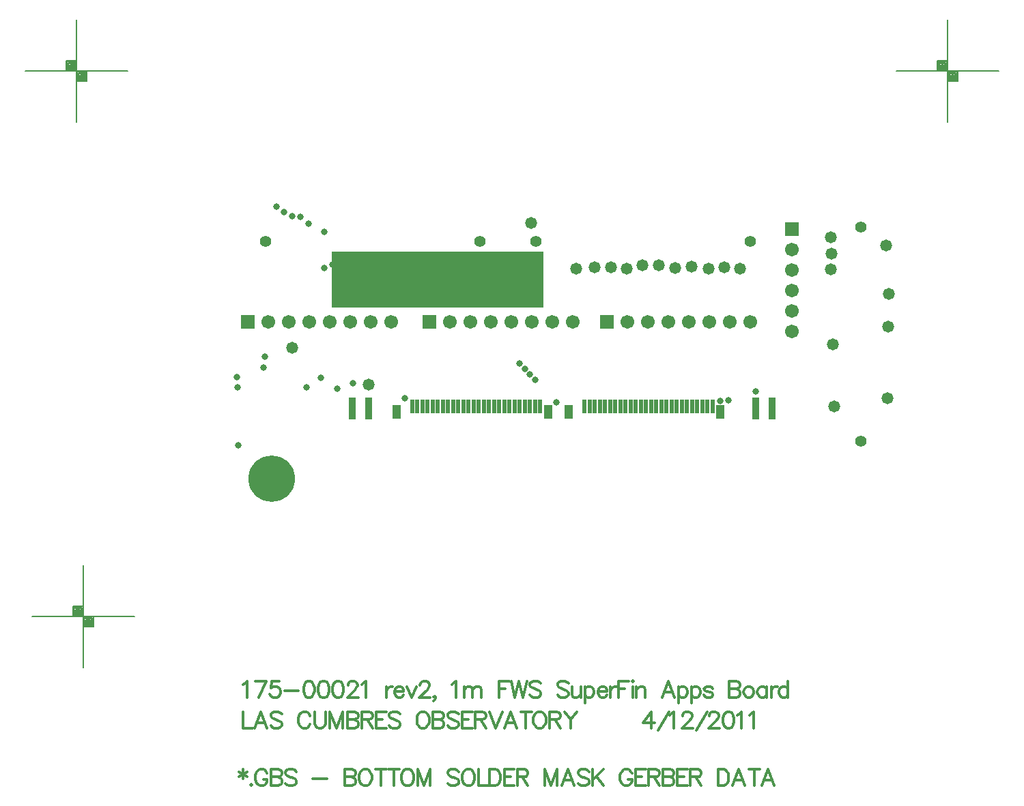
<source format=gbs>
%FSLAX23Y23*%
%MOIN*%
G70*
G01*
G75*
G04 Layer_Color=16711935*
%ADD10O,0.079X0.024*%
%ADD11R,0.017X0.045*%
%ADD12R,0.014X0.060*%
%ADD13R,0.030X0.100*%
%ADD14R,0.031X0.060*%
%ADD15R,0.022X0.085*%
%ADD16R,0.085X0.022*%
%ADD17R,0.039X0.059*%
%ADD18C,0.020*%
%ADD19C,0.050*%
%ADD20C,0.010*%
%ADD21C,0.025*%
%ADD22C,0.005*%
%ADD23C,0.006*%
%ADD24C,0.012*%
%ADD25C,0.008*%
%ADD26C,0.012*%
%ADD27C,0.012*%
%ADD28R,0.059X0.059*%
%ADD29C,0.059*%
%ADD30R,0.059X0.059*%
%ADD31C,0.047*%
%ADD32C,0.219*%
%ADD33C,0.050*%
%ADD34C,0.024*%
%ADD35C,0.010*%
%ADD36C,0.015*%
%ADD37C,0.008*%
%ADD38C,0.007*%
%ADD39C,0.007*%
%ADD40R,0.224X0.139*%
%ADD41O,0.087X0.032*%
%ADD42R,0.025X0.053*%
%ADD43R,0.022X0.068*%
%ADD44R,0.038X0.108*%
%ADD45R,0.039X0.068*%
%ADD46R,0.030X0.093*%
%ADD47R,0.093X0.030*%
%ADD48R,0.047X0.067*%
%ADD49R,0.067X0.067*%
%ADD50C,0.067*%
%ADD51R,0.067X0.067*%
%ADD52C,0.055*%
%ADD53C,0.227*%
%ADD54C,0.058*%
%ADD55C,0.032*%
%ADD56C,0.075*%
%ADD57C,0.087*%
%ADD58C,0.206*%
%ADD59R,1.037X0.274*%
D24*
X31156Y16829D02*
Y16783D01*
X31137Y16817D02*
X31175Y16794D01*
Y16817D02*
X31137Y16794D01*
X31196Y16756D02*
X31192Y16753D01*
X31196Y16749D01*
X31199Y16753D01*
X31196Y16756D01*
X31274Y16810D02*
X31270Y16817D01*
X31263Y16825D01*
X31255Y16829D01*
X31240D01*
X31232Y16825D01*
X31224Y16817D01*
X31221Y16810D01*
X31217Y16798D01*
Y16779D01*
X31221Y16768D01*
X31224Y16760D01*
X31232Y16753D01*
X31240Y16749D01*
X31255D01*
X31263Y16753D01*
X31270Y16760D01*
X31274Y16768D01*
Y16779D01*
X31255D02*
X31274D01*
X31292Y16829D02*
Y16749D01*
Y16829D02*
X31327D01*
X31338Y16825D01*
X31342Y16821D01*
X31346Y16814D01*
Y16806D01*
X31342Y16798D01*
X31338Y16794D01*
X31327Y16791D01*
X31292D02*
X31327D01*
X31338Y16787D01*
X31342Y16783D01*
X31346Y16775D01*
Y16764D01*
X31342Y16756D01*
X31338Y16753D01*
X31327Y16749D01*
X31292D01*
X31417Y16817D02*
X31409Y16825D01*
X31398Y16829D01*
X31383D01*
X31371Y16825D01*
X31363Y16817D01*
Y16810D01*
X31367Y16802D01*
X31371Y16798D01*
X31379Y16794D01*
X31402Y16787D01*
X31409Y16783D01*
X31413Y16779D01*
X31417Y16772D01*
Y16760D01*
X31409Y16753D01*
X31398Y16749D01*
X31383D01*
X31371Y16753D01*
X31363Y16760D01*
X31498Y16783D02*
X31566D01*
X31653Y16829D02*
Y16749D01*
Y16829D02*
X31687D01*
X31698Y16825D01*
X31702Y16821D01*
X31706Y16814D01*
Y16806D01*
X31702Y16798D01*
X31698Y16794D01*
X31687Y16791D01*
X31653D02*
X31687D01*
X31698Y16787D01*
X31702Y16783D01*
X31706Y16775D01*
Y16764D01*
X31702Y16756D01*
X31698Y16753D01*
X31687Y16749D01*
X31653D01*
X31747Y16829D02*
X31739Y16825D01*
X31731Y16817D01*
X31728Y16810D01*
X31724Y16798D01*
Y16779D01*
X31728Y16768D01*
X31731Y16760D01*
X31739Y16753D01*
X31747Y16749D01*
X31762D01*
X31770Y16753D01*
X31777Y16760D01*
X31781Y16768D01*
X31785Y16779D01*
Y16798D01*
X31781Y16810D01*
X31777Y16817D01*
X31770Y16825D01*
X31762Y16829D01*
X31747D01*
X31830D02*
Y16749D01*
X31803Y16829D02*
X31857D01*
X31893D02*
Y16749D01*
X31866Y16829D02*
X31920D01*
X31952D02*
X31944Y16825D01*
X31937Y16817D01*
X31933Y16810D01*
X31929Y16798D01*
Y16779D01*
X31933Y16768D01*
X31937Y16760D01*
X31944Y16753D01*
X31952Y16749D01*
X31967D01*
X31975Y16753D01*
X31982Y16760D01*
X31986Y16768D01*
X31990Y16779D01*
Y16798D01*
X31986Y16810D01*
X31982Y16817D01*
X31975Y16825D01*
X31967Y16829D01*
X31952D01*
X32009D02*
Y16749D01*
Y16829D02*
X32039Y16749D01*
X32070Y16829D02*
X32039Y16749D01*
X32070Y16829D02*
Y16749D01*
X32209Y16817D02*
X32201Y16825D01*
X32190Y16829D01*
X32174D01*
X32163Y16825D01*
X32155Y16817D01*
Y16810D01*
X32159Y16802D01*
X32163Y16798D01*
X32171Y16794D01*
X32193Y16787D01*
X32201Y16783D01*
X32205Y16779D01*
X32209Y16772D01*
Y16760D01*
X32201Y16753D01*
X32190Y16749D01*
X32174D01*
X32163Y16753D01*
X32155Y16760D01*
X32249Y16829D02*
X32242Y16825D01*
X32234Y16817D01*
X32230Y16810D01*
X32227Y16798D01*
Y16779D01*
X32230Y16768D01*
X32234Y16760D01*
X32242Y16753D01*
X32249Y16749D01*
X32265D01*
X32272Y16753D01*
X32280Y16760D01*
X32284Y16768D01*
X32287Y16779D01*
Y16798D01*
X32284Y16810D01*
X32280Y16817D01*
X32272Y16825D01*
X32265Y16829D01*
X32249D01*
X32306D02*
Y16749D01*
X32352D01*
X32361Y16829D02*
Y16749D01*
Y16829D02*
X32387D01*
X32399Y16825D01*
X32406Y16817D01*
X32410Y16810D01*
X32414Y16798D01*
Y16779D01*
X32410Y16768D01*
X32406Y16760D01*
X32399Y16753D01*
X32387Y16749D01*
X32361D01*
X32481Y16829D02*
X32432D01*
Y16749D01*
X32481D01*
X32432Y16791D02*
X32462D01*
X32495Y16829D02*
Y16749D01*
Y16829D02*
X32529D01*
X32540Y16825D01*
X32544Y16821D01*
X32548Y16814D01*
Y16806D01*
X32544Y16798D01*
X32540Y16794D01*
X32529Y16791D01*
X32495D01*
X32521D02*
X32548Y16749D01*
X32629Y16829D02*
Y16749D01*
Y16829D02*
X32659Y16749D01*
X32690Y16829D02*
X32659Y16749D01*
X32690Y16829D02*
Y16749D01*
X32773D02*
X32743Y16829D01*
X32713Y16749D01*
X32724Y16775D02*
X32762D01*
X32845Y16817D02*
X32838Y16825D01*
X32826Y16829D01*
X32811D01*
X32800Y16825D01*
X32792Y16817D01*
Y16810D01*
X32796Y16802D01*
X32800Y16798D01*
X32807Y16794D01*
X32830Y16787D01*
X32838Y16783D01*
X32842Y16779D01*
X32845Y16772D01*
Y16760D01*
X32838Y16753D01*
X32826Y16749D01*
X32811D01*
X32800Y16753D01*
X32792Y16760D01*
X32863Y16829D02*
Y16749D01*
X32917Y16829D02*
X32863Y16775D01*
X32882Y16794D02*
X32917Y16749D01*
X33055Y16810D02*
X33051Y16817D01*
X33043Y16825D01*
X33036Y16829D01*
X33020D01*
X33013Y16825D01*
X33005Y16817D01*
X33001Y16810D01*
X32997Y16798D01*
Y16779D01*
X33001Y16768D01*
X33005Y16760D01*
X33013Y16753D01*
X33020Y16749D01*
X33036D01*
X33043Y16753D01*
X33051Y16760D01*
X33055Y16768D01*
Y16779D01*
X33036D02*
X33055D01*
X33122Y16829D02*
X33073D01*
Y16749D01*
X33122D01*
X33073Y16791D02*
X33103D01*
X33136Y16829D02*
Y16749D01*
Y16829D02*
X33170D01*
X33181Y16825D01*
X33185Y16821D01*
X33189Y16814D01*
Y16806D01*
X33185Y16798D01*
X33181Y16794D01*
X33170Y16791D01*
X33136D01*
X33162D02*
X33189Y16749D01*
X33207Y16829D02*
Y16749D01*
Y16829D02*
X33241D01*
X33253Y16825D01*
X33256Y16821D01*
X33260Y16814D01*
Y16806D01*
X33256Y16798D01*
X33253Y16794D01*
X33241Y16791D01*
X33207D02*
X33241D01*
X33253Y16787D01*
X33256Y16783D01*
X33260Y16775D01*
Y16764D01*
X33256Y16756D01*
X33253Y16753D01*
X33241Y16749D01*
X33207D01*
X33328Y16829D02*
X33278D01*
Y16749D01*
X33328D01*
X33278Y16791D02*
X33309D01*
X33341Y16829D02*
Y16749D01*
Y16829D02*
X33375D01*
X33387Y16825D01*
X33390Y16821D01*
X33394Y16814D01*
Y16806D01*
X33390Y16798D01*
X33387Y16794D01*
X33375Y16791D01*
X33341D01*
X33368D02*
X33394Y16749D01*
X33475Y16829D02*
Y16749D01*
Y16829D02*
X33502D01*
X33513Y16825D01*
X33521Y16817D01*
X33525Y16810D01*
X33528Y16798D01*
Y16779D01*
X33525Y16768D01*
X33521Y16760D01*
X33513Y16753D01*
X33502Y16749D01*
X33475D01*
X33607D02*
X33577Y16829D01*
X33546Y16749D01*
X33558Y16775D02*
X33596D01*
X33653Y16829D02*
Y16749D01*
X33626Y16829D02*
X33679D01*
X33750Y16749D02*
X33719Y16829D01*
X33689Y16749D01*
X33700Y16775D02*
X33738D01*
D25*
X34567Y20268D02*
X34577D01*
X34567Y20263D02*
Y20273D01*
Y20263D02*
X34577D01*
Y20273D01*
X34567D02*
X34577D01*
X34562Y20258D02*
Y20273D01*
Y20258D02*
X34582D01*
Y20278D01*
X34562D02*
X34582D01*
X34557Y20253D02*
Y20278D01*
Y20253D02*
X34587D01*
Y20283D01*
X34557D02*
X34587D01*
X34552Y20248D02*
Y20288D01*
Y20248D02*
X34592D01*
Y20288D01*
X34552D02*
X34592D01*
X34617Y20218D02*
X34627D01*
X34617Y20213D02*
Y20223D01*
Y20213D02*
X34627D01*
Y20223D01*
X34617D02*
X34627D01*
X34612Y20208D02*
Y20223D01*
Y20208D02*
X34632D01*
Y20228D01*
X34612D02*
X34632D01*
X34607Y20203D02*
Y20228D01*
Y20203D02*
X34637D01*
Y20233D01*
X34607D02*
X34637D01*
X34602Y20198D02*
Y20238D01*
Y20198D02*
X34642D01*
Y20238D01*
X34602D02*
X34642D01*
X34597Y20193D02*
X34647D01*
Y20243D01*
X34547Y20293D02*
X34597D01*
X34547Y20243D02*
Y20293D01*
X34597Y19993D02*
Y20493D01*
X34347Y20243D02*
X34847D01*
X30346Y17600D02*
X30356D01*
X30346Y17595D02*
Y17605D01*
Y17595D02*
X30356D01*
Y17605D01*
X30346D02*
X30356D01*
X30341Y17590D02*
Y17605D01*
Y17590D02*
X30361D01*
Y17610D01*
X30341D02*
X30361D01*
X30336Y17585D02*
Y17610D01*
Y17585D02*
X30366D01*
Y17615D01*
X30336D02*
X30366D01*
X30331Y17580D02*
Y17620D01*
Y17580D02*
X30371D01*
Y17620D01*
X30331D02*
X30371D01*
X30396Y17550D02*
X30406D01*
X30396Y17545D02*
Y17555D01*
Y17545D02*
X30406D01*
Y17555D01*
X30396D02*
X30406D01*
X30391Y17540D02*
Y17555D01*
Y17540D02*
X30411D01*
Y17560D01*
X30391D02*
X30411D01*
X30386Y17535D02*
Y17560D01*
Y17535D02*
X30416D01*
Y17565D01*
X30386D02*
X30416D01*
X30381Y17530D02*
Y17570D01*
Y17530D02*
X30421D01*
Y17570D01*
X30381D02*
X30421D01*
X30376Y17525D02*
X30426D01*
Y17575D01*
X30326Y17625D02*
X30376D01*
X30326Y17575D02*
Y17625D01*
X30376Y17325D02*
Y17825D01*
X30126Y17575D02*
X30626D01*
X30313Y20268D02*
X30323D01*
X30313Y20263D02*
Y20273D01*
Y20263D02*
X30323D01*
Y20273D01*
X30313D02*
X30323D01*
X30308Y20258D02*
Y20273D01*
Y20258D02*
X30328D01*
Y20278D01*
X30308D02*
X30328D01*
X30303Y20253D02*
Y20278D01*
Y20253D02*
X30333D01*
Y20283D01*
X30303D02*
X30333D01*
X30298Y20248D02*
Y20288D01*
Y20248D02*
X30338D01*
Y20288D01*
X30298D02*
X30338D01*
X30363Y20218D02*
X30373D01*
X30363Y20213D02*
Y20223D01*
Y20213D02*
X30373D01*
Y20223D01*
X30363D02*
X30373D01*
X30358Y20208D02*
Y20223D01*
Y20208D02*
X30378D01*
Y20228D01*
X30358D02*
X30378D01*
X30353Y20203D02*
Y20228D01*
Y20203D02*
X30383D01*
Y20233D01*
X30353D02*
X30383D01*
X30348Y20198D02*
Y20238D01*
Y20198D02*
X30388D01*
Y20238D01*
X30348D02*
X30388D01*
X30343Y20193D02*
X30393D01*
Y20243D01*
X30293Y20293D02*
X30343D01*
X30293Y20243D02*
Y20293D01*
X30343Y19993D02*
Y20493D01*
X30093Y20243D02*
X30593D01*
D26*
X31158Y17109D02*
Y17029D01*
X31204D01*
X31274D02*
X31243Y17109D01*
X31213Y17029D01*
X31224Y17056D02*
X31262D01*
X31346Y17098D02*
X31338Y17106D01*
X31327Y17109D01*
X31311D01*
X31300Y17106D01*
X31292Y17098D01*
Y17090D01*
X31296Y17083D01*
X31300Y17079D01*
X31308Y17075D01*
X31330Y17067D01*
X31338Y17064D01*
X31342Y17060D01*
X31346Y17052D01*
Y17041D01*
X31338Y17033D01*
X31327Y17029D01*
X31311D01*
X31300Y17033D01*
X31292Y17041D01*
X31484Y17090D02*
X31480Y17098D01*
X31472Y17106D01*
X31465Y17109D01*
X31449D01*
X31442Y17106D01*
X31434Y17098D01*
X31430Y17090D01*
X31426Y17079D01*
Y17060D01*
X31430Y17048D01*
X31434Y17041D01*
X31442Y17033D01*
X31449Y17029D01*
X31465D01*
X31472Y17033D01*
X31480Y17041D01*
X31484Y17048D01*
X31506Y17109D02*
Y17052D01*
X31510Y17041D01*
X31517Y17033D01*
X31529Y17029D01*
X31536D01*
X31548Y17033D01*
X31556Y17041D01*
X31559Y17052D01*
Y17109D01*
X31581D02*
Y17029D01*
Y17109D02*
X31612Y17029D01*
X31642Y17109D02*
X31612Y17029D01*
X31642Y17109D02*
Y17029D01*
X31665Y17109D02*
Y17029D01*
Y17109D02*
X31700D01*
X31711Y17106D01*
X31715Y17102D01*
X31719Y17094D01*
Y17086D01*
X31715Y17079D01*
X31711Y17075D01*
X31700Y17071D01*
X31665D02*
X31700D01*
X31711Y17067D01*
X31715Y17064D01*
X31719Y17056D01*
Y17045D01*
X31715Y17037D01*
X31711Y17033D01*
X31700Y17029D01*
X31665D01*
X31736Y17109D02*
Y17029D01*
Y17109D02*
X31771D01*
X31782Y17106D01*
X31786Y17102D01*
X31790Y17094D01*
Y17086D01*
X31786Y17079D01*
X31782Y17075D01*
X31771Y17071D01*
X31736D01*
X31763D02*
X31790Y17029D01*
X31857Y17109D02*
X31808D01*
Y17029D01*
X31857D01*
X31808Y17071D02*
X31838D01*
X31924Y17098D02*
X31916Y17106D01*
X31905Y17109D01*
X31890D01*
X31878Y17106D01*
X31871Y17098D01*
Y17090D01*
X31874Y17083D01*
X31878Y17079D01*
X31886Y17075D01*
X31909Y17067D01*
X31916Y17064D01*
X31920Y17060D01*
X31924Y17052D01*
Y17041D01*
X31916Y17033D01*
X31905Y17029D01*
X31890D01*
X31878Y17033D01*
X31871Y17041D01*
X32027Y17109D02*
X32020Y17106D01*
X32012Y17098D01*
X32008Y17090D01*
X32005Y17079D01*
Y17060D01*
X32008Y17048D01*
X32012Y17041D01*
X32020Y17033D01*
X32027Y17029D01*
X32043D01*
X32050Y17033D01*
X32058Y17041D01*
X32062Y17048D01*
X32066Y17060D01*
Y17079D01*
X32062Y17090D01*
X32058Y17098D01*
X32050Y17106D01*
X32043Y17109D01*
X32027D01*
X32084D02*
Y17029D01*
Y17109D02*
X32118D01*
X32130Y17106D01*
X32134Y17102D01*
X32138Y17094D01*
Y17086D01*
X32134Y17079D01*
X32130Y17075D01*
X32118Y17071D01*
X32084D02*
X32118D01*
X32130Y17067D01*
X32134Y17064D01*
X32138Y17056D01*
Y17045D01*
X32134Y17037D01*
X32130Y17033D01*
X32118Y17029D01*
X32084D01*
X32209Y17098D02*
X32201Y17106D01*
X32190Y17109D01*
X32174D01*
X32163Y17106D01*
X32155Y17098D01*
Y17090D01*
X32159Y17083D01*
X32163Y17079D01*
X32171Y17075D01*
X32193Y17067D01*
X32201Y17064D01*
X32205Y17060D01*
X32209Y17052D01*
Y17041D01*
X32201Y17033D01*
X32190Y17029D01*
X32174D01*
X32163Y17033D01*
X32155Y17041D01*
X32276Y17109D02*
X32227D01*
Y17029D01*
X32276D01*
X32227Y17071D02*
X32257D01*
X32289Y17109D02*
Y17029D01*
Y17109D02*
X32324D01*
X32335Y17106D01*
X32339Y17102D01*
X32343Y17094D01*
Y17086D01*
X32339Y17079D01*
X32335Y17075D01*
X32324Y17071D01*
X32289D01*
X32316D02*
X32343Y17029D01*
X32361Y17109D02*
X32391Y17029D01*
X32422Y17109D02*
X32391Y17029D01*
X32493D02*
X32462Y17109D01*
X32432Y17029D01*
X32443Y17056D02*
X32481D01*
X32538Y17109D02*
Y17029D01*
X32512Y17109D02*
X32565D01*
X32597D02*
X32590Y17106D01*
X32582Y17098D01*
X32578Y17090D01*
X32574Y17079D01*
Y17060D01*
X32578Y17048D01*
X32582Y17041D01*
X32590Y17033D01*
X32597Y17029D01*
X32612D01*
X32620Y17033D01*
X32628Y17041D01*
X32632Y17048D01*
X32635Y17060D01*
Y17079D01*
X32632Y17090D01*
X32628Y17098D01*
X32620Y17106D01*
X32612Y17109D01*
X32597D01*
X32654D02*
Y17029D01*
Y17109D02*
X32688D01*
X32700Y17106D01*
X32703Y17102D01*
X32707Y17094D01*
Y17086D01*
X32703Y17079D01*
X32700Y17075D01*
X32688Y17071D01*
X32654D01*
X32681D02*
X32707Y17029D01*
X32725Y17109D02*
X32756Y17071D01*
Y17029D01*
X32786Y17109D02*
X32756Y17071D01*
X33149Y17109D02*
X33111Y17056D01*
X33168D01*
X33149Y17109D02*
Y17029D01*
X33182Y17018D02*
X33235Y17109D01*
X33241Y17094D02*
X33248Y17098D01*
X33260Y17109D01*
Y17029D01*
X33303Y17090D02*
Y17094D01*
X33307Y17102D01*
X33311Y17106D01*
X33318Y17109D01*
X33333D01*
X33341Y17106D01*
X33345Y17102D01*
X33349Y17094D01*
Y17086D01*
X33345Y17079D01*
X33337Y17067D01*
X33299Y17029D01*
X33352D01*
X33370Y17018D02*
X33424Y17109D01*
X33433Y17090D02*
Y17094D01*
X33437Y17102D01*
X33440Y17106D01*
X33448Y17109D01*
X33463D01*
X33471Y17106D01*
X33475Y17102D01*
X33479Y17094D01*
Y17086D01*
X33475Y17079D01*
X33467Y17067D01*
X33429Y17029D01*
X33482D01*
X33523Y17109D02*
X33512Y17106D01*
X33504Y17094D01*
X33500Y17075D01*
Y17064D01*
X33504Y17045D01*
X33512Y17033D01*
X33523Y17029D01*
X33531D01*
X33542Y17033D01*
X33550Y17045D01*
X33554Y17064D01*
Y17075D01*
X33550Y17094D01*
X33542Y17106D01*
X33531Y17109D01*
X33523D01*
X33571Y17094D02*
X33579Y17098D01*
X33591Y17109D01*
Y17029D01*
X33630Y17094D02*
X33638Y17098D01*
X33649Y17109D01*
Y17029D01*
D27*
X31158Y17244D02*
X31166Y17248D01*
X31177Y17259D01*
Y17179D01*
X31270Y17259D02*
X31232Y17179D01*
X31217Y17259D02*
X31270D01*
X31334D02*
X31296D01*
X31292Y17225D01*
X31296Y17229D01*
X31307Y17233D01*
X31319D01*
X31330Y17229D01*
X31338Y17221D01*
X31341Y17210D01*
Y17202D01*
X31338Y17191D01*
X31330Y17183D01*
X31319Y17179D01*
X31307D01*
X31296Y17183D01*
X31292Y17187D01*
X31288Y17195D01*
X31359Y17214D02*
X31428D01*
X31474Y17259D02*
X31463Y17256D01*
X31455Y17244D01*
X31452Y17225D01*
Y17214D01*
X31455Y17195D01*
X31463Y17183D01*
X31474Y17179D01*
X31482D01*
X31493Y17183D01*
X31501Y17195D01*
X31505Y17214D01*
Y17225D01*
X31501Y17244D01*
X31493Y17256D01*
X31482Y17259D01*
X31474D01*
X31546D02*
X31534Y17256D01*
X31527Y17244D01*
X31523Y17225D01*
Y17214D01*
X31527Y17195D01*
X31534Y17183D01*
X31546Y17179D01*
X31553D01*
X31565Y17183D01*
X31572Y17195D01*
X31576Y17214D01*
Y17225D01*
X31572Y17244D01*
X31565Y17256D01*
X31553Y17259D01*
X31546D01*
X31617D02*
X31605Y17256D01*
X31598Y17244D01*
X31594Y17225D01*
Y17214D01*
X31598Y17195D01*
X31605Y17183D01*
X31617Y17179D01*
X31624D01*
X31636Y17183D01*
X31644Y17195D01*
X31647Y17214D01*
Y17225D01*
X31644Y17244D01*
X31636Y17256D01*
X31624Y17259D01*
X31617D01*
X31669Y17240D02*
Y17244D01*
X31673Y17252D01*
X31677Y17256D01*
X31684Y17259D01*
X31700D01*
X31707Y17256D01*
X31711Y17252D01*
X31715Y17244D01*
Y17237D01*
X31711Y17229D01*
X31703Y17217D01*
X31665Y17179D01*
X31719D01*
X31736Y17244D02*
X31744Y17248D01*
X31755Y17259D01*
Y17179D01*
X31858Y17233D02*
Y17179D01*
Y17210D02*
X31862Y17221D01*
X31869Y17229D01*
X31877Y17233D01*
X31888D01*
X31896Y17210D02*
X31941D01*
Y17217D01*
X31938Y17225D01*
X31934Y17229D01*
X31926Y17233D01*
X31915D01*
X31907Y17229D01*
X31899Y17221D01*
X31896Y17210D01*
Y17202D01*
X31899Y17191D01*
X31907Y17183D01*
X31915Y17179D01*
X31926D01*
X31934Y17183D01*
X31941Y17191D01*
X31958Y17233D02*
X31981Y17179D01*
X32004Y17233D02*
X31981Y17179D01*
X32021Y17240D02*
Y17244D01*
X32025Y17252D01*
X32029Y17256D01*
X32036Y17259D01*
X32051D01*
X32059Y17256D01*
X32063Y17252D01*
X32067Y17244D01*
Y17237D01*
X32063Y17229D01*
X32055Y17217D01*
X32017Y17179D01*
X32070D01*
X32096Y17183D02*
X32092Y17179D01*
X32088Y17183D01*
X32092Y17187D01*
X32096Y17183D01*
Y17176D01*
X32092Y17168D01*
X32088Y17164D01*
X32176Y17244D02*
X32184Y17248D01*
X32195Y17259D01*
Y17179D01*
X32235Y17233D02*
Y17179D01*
Y17217D02*
X32246Y17229D01*
X32254Y17233D01*
X32265D01*
X32273Y17229D01*
X32277Y17217D01*
Y17179D01*
Y17217D02*
X32288Y17229D01*
X32296Y17233D01*
X32307D01*
X32315Y17229D01*
X32319Y17217D01*
Y17179D01*
X32407Y17259D02*
Y17179D01*
Y17259D02*
X32456D01*
X32407Y17221D02*
X32437D01*
X32465Y17259D02*
X32484Y17179D01*
X32504Y17259D02*
X32484Y17179D01*
X32504Y17259D02*
X32523Y17179D01*
X32542Y17259D02*
X32523Y17179D01*
X32611Y17248D02*
X32603Y17256D01*
X32592Y17259D01*
X32577D01*
X32565Y17256D01*
X32558Y17248D01*
Y17240D01*
X32561Y17233D01*
X32565Y17229D01*
X32573Y17225D01*
X32596Y17217D01*
X32603Y17214D01*
X32607Y17210D01*
X32611Y17202D01*
Y17191D01*
X32603Y17183D01*
X32592Y17179D01*
X32577D01*
X32565Y17183D01*
X32558Y17191D01*
X32745Y17248D02*
X32737Y17256D01*
X32726Y17259D01*
X32711D01*
X32699Y17256D01*
X32692Y17248D01*
Y17240D01*
X32695Y17233D01*
X32699Y17229D01*
X32707Y17225D01*
X32730Y17217D01*
X32737Y17214D01*
X32741Y17210D01*
X32745Y17202D01*
Y17191D01*
X32737Y17183D01*
X32726Y17179D01*
X32711D01*
X32699Y17183D01*
X32692Y17191D01*
X32763Y17233D02*
Y17195D01*
X32767Y17183D01*
X32774Y17179D01*
X32786D01*
X32793Y17183D01*
X32805Y17195D01*
Y17233D02*
Y17179D01*
X32826Y17233D02*
Y17153D01*
Y17221D02*
X32833Y17229D01*
X32841Y17233D01*
X32852D01*
X32860Y17229D01*
X32868Y17221D01*
X32871Y17210D01*
Y17202D01*
X32868Y17191D01*
X32860Y17183D01*
X32852Y17179D01*
X32841D01*
X32833Y17183D01*
X32826Y17191D01*
X32889Y17210D02*
X32934D01*
Y17217D01*
X32930Y17225D01*
X32927Y17229D01*
X32919Y17233D01*
X32908D01*
X32900Y17229D01*
X32892Y17221D01*
X32889Y17210D01*
Y17202D01*
X32892Y17191D01*
X32900Y17183D01*
X32908Y17179D01*
X32919D01*
X32927Y17183D01*
X32934Y17191D01*
X32951Y17233D02*
Y17179D01*
Y17210D02*
X32955Y17221D01*
X32963Y17229D01*
X32970Y17233D01*
X32982D01*
X32989Y17259D02*
Y17179D01*
Y17259D02*
X33039D01*
X32989Y17221D02*
X33020D01*
X33055Y17259D02*
X33059Y17256D01*
X33063Y17259D01*
X33059Y17263D01*
X33055Y17259D01*
X33059Y17233D02*
Y17179D01*
X33077Y17233D02*
Y17179D01*
Y17217D02*
X33089Y17229D01*
X33096Y17233D01*
X33108D01*
X33115Y17229D01*
X33119Y17217D01*
Y17179D01*
X33264D02*
X33233Y17259D01*
X33203Y17179D01*
X33214Y17206D02*
X33252D01*
X33282Y17233D02*
Y17153D01*
Y17221D02*
X33290Y17229D01*
X33298Y17233D01*
X33309D01*
X33317Y17229D01*
X33324Y17221D01*
X33328Y17210D01*
Y17202D01*
X33324Y17191D01*
X33317Y17183D01*
X33309Y17179D01*
X33298D01*
X33290Y17183D01*
X33282Y17191D01*
X33345Y17233D02*
Y17153D01*
Y17221D02*
X33353Y17229D01*
X33360Y17233D01*
X33372D01*
X33380Y17229D01*
X33387Y17221D01*
X33391Y17210D01*
Y17202D01*
X33387Y17191D01*
X33380Y17183D01*
X33372Y17179D01*
X33360D01*
X33353Y17183D01*
X33345Y17191D01*
X33450Y17221D02*
X33446Y17229D01*
X33435Y17233D01*
X33423D01*
X33412Y17229D01*
X33408Y17221D01*
X33412Y17214D01*
X33420Y17210D01*
X33439Y17206D01*
X33446Y17202D01*
X33450Y17195D01*
Y17191D01*
X33446Y17183D01*
X33435Y17179D01*
X33423D01*
X33412Y17183D01*
X33408Y17191D01*
X33530Y17259D02*
Y17179D01*
Y17259D02*
X33564D01*
X33575Y17256D01*
X33579Y17252D01*
X33583Y17244D01*
Y17237D01*
X33579Y17229D01*
X33575Y17225D01*
X33564Y17221D01*
X33530D02*
X33564D01*
X33575Y17217D01*
X33579Y17214D01*
X33583Y17206D01*
Y17195D01*
X33579Y17187D01*
X33575Y17183D01*
X33564Y17179D01*
X33530D01*
X33620Y17233D02*
X33612Y17229D01*
X33605Y17221D01*
X33601Y17210D01*
Y17202D01*
X33605Y17191D01*
X33612Y17183D01*
X33620Y17179D01*
X33631D01*
X33639Y17183D01*
X33647Y17191D01*
X33650Y17202D01*
Y17210D01*
X33647Y17221D01*
X33639Y17229D01*
X33631Y17233D01*
X33620D01*
X33714D02*
Y17179D01*
Y17221D02*
X33706Y17229D01*
X33698Y17233D01*
X33687D01*
X33679Y17229D01*
X33672Y17221D01*
X33668Y17210D01*
Y17202D01*
X33672Y17191D01*
X33679Y17183D01*
X33687Y17179D01*
X33698D01*
X33706Y17183D01*
X33714Y17191D01*
X33735Y17233D02*
Y17179D01*
Y17210D02*
X33739Y17221D01*
X33746Y17229D01*
X33754Y17233D01*
X33765D01*
X33818Y17259D02*
Y17179D01*
Y17221D02*
X33811Y17229D01*
X33803Y17233D01*
X33792D01*
X33784Y17229D01*
X33776Y17221D01*
X33773Y17210D01*
Y17202D01*
X33776Y17191D01*
X33784Y17183D01*
X33792Y17179D01*
X33803D01*
X33811Y17183D01*
X33818Y17191D01*
D43*
X31983Y18603D02*
D03*
X32008D02*
D03*
X32033D02*
D03*
X32058D02*
D03*
X32083D02*
D03*
X32108D02*
D03*
X32133D02*
D03*
X32158D02*
D03*
X32183D02*
D03*
X32208D02*
D03*
X32233D02*
D03*
X32258D02*
D03*
X32283D02*
D03*
X32308D02*
D03*
X32333D02*
D03*
X32358D02*
D03*
X32383D02*
D03*
X32408D02*
D03*
X32433D02*
D03*
X32458D02*
D03*
X32483D02*
D03*
X32508D02*
D03*
X32533D02*
D03*
X32558D02*
D03*
X32583D02*
D03*
X32608D02*
D03*
X32824Y18602D02*
D03*
X32849D02*
D03*
X32874D02*
D03*
X32899D02*
D03*
X32924D02*
D03*
X32949D02*
D03*
X32974D02*
D03*
X32999D02*
D03*
X33024D02*
D03*
X33049D02*
D03*
X33074D02*
D03*
X33099D02*
D03*
X33124D02*
D03*
X33149D02*
D03*
X33174D02*
D03*
X33199D02*
D03*
X33224D02*
D03*
X33249D02*
D03*
X33274D02*
D03*
X33299D02*
D03*
X33324D02*
D03*
X33349D02*
D03*
X33374D02*
D03*
X33399D02*
D03*
X33424D02*
D03*
X33449D02*
D03*
D44*
X33740Y18593D02*
D03*
X33661D02*
D03*
X31770Y18593D02*
D03*
X31691D02*
D03*
D45*
X32646Y18575D02*
D03*
X31906D02*
D03*
X32746D02*
D03*
X33486D02*
D03*
D49*
X32066Y19016D02*
D03*
X32932D02*
D03*
X31180D02*
D03*
D50*
X32166D02*
D03*
X32266D02*
D03*
X32366D02*
D03*
X32466D02*
D03*
X32566D02*
D03*
X32666D02*
D03*
X32766D02*
D03*
X33838Y18969D02*
D03*
Y19069D02*
D03*
Y19169D02*
D03*
Y19269D02*
D03*
Y19369D02*
D03*
X33032Y19016D02*
D03*
X33132D02*
D03*
X33232D02*
D03*
X33332D02*
D03*
X33432D02*
D03*
X33532D02*
D03*
X33632D02*
D03*
X31280D02*
D03*
X31380D02*
D03*
X31480D02*
D03*
X31580D02*
D03*
X31680D02*
D03*
X31780D02*
D03*
X31880D02*
D03*
D51*
X33838Y19469D02*
D03*
D52*
X32587Y19410D02*
D03*
X33632D02*
D03*
X34172Y18434D02*
D03*
Y19480D02*
D03*
X32313Y19410D02*
D03*
X31268D02*
D03*
D53*
X31298Y18250D02*
D03*
D54*
X33267Y19279D02*
D03*
X33507Y19281D02*
D03*
X33431Y19277D02*
D03*
X33031Y19277D02*
D03*
X32782Y19276D02*
D03*
X31771Y18710D02*
D03*
X32564Y19499D02*
D03*
X31398Y18889D02*
D03*
X33582Y19276D02*
D03*
X33346Y19287D02*
D03*
X33187Y19291D02*
D03*
X33107D02*
D03*
X32952Y19281D02*
D03*
X32872Y19281D02*
D03*
X34042Y18601D02*
D03*
X34302Y18641D02*
D03*
X34037Y18906D02*
D03*
X34307Y18991D02*
D03*
X34298Y19390D02*
D03*
X34031Y19350D02*
D03*
X34027Y19429D02*
D03*
X34310Y19153D02*
D03*
X34028Y19272D02*
D03*
D55*
X33661Y18675D02*
D03*
X31617Y18690D02*
D03*
X31694Y18715D02*
D03*
X31945Y18643D02*
D03*
X32507Y18813D02*
D03*
X32534Y18786D02*
D03*
X32583Y18732D02*
D03*
X31132Y18411D02*
D03*
X31129Y18695D02*
D03*
X31128Y18746D02*
D03*
X32685Y18621D02*
D03*
X33525Y18631D02*
D03*
X33485Y18629D02*
D03*
X31537Y18741D02*
D03*
X31257Y18791D02*
D03*
X31262Y18846D02*
D03*
X32558Y18759D02*
D03*
X31467Y18696D02*
D03*
X31594Y19295D02*
D03*
X31554Y19279D02*
D03*
X31320Y19580D02*
D03*
X31358Y19553D02*
D03*
X31397Y19533D02*
D03*
X31435Y19529D02*
D03*
X31475Y19496D02*
D03*
X31553Y19456D02*
D03*
D59*
X32108Y19222D02*
D03*
M02*

</source>
